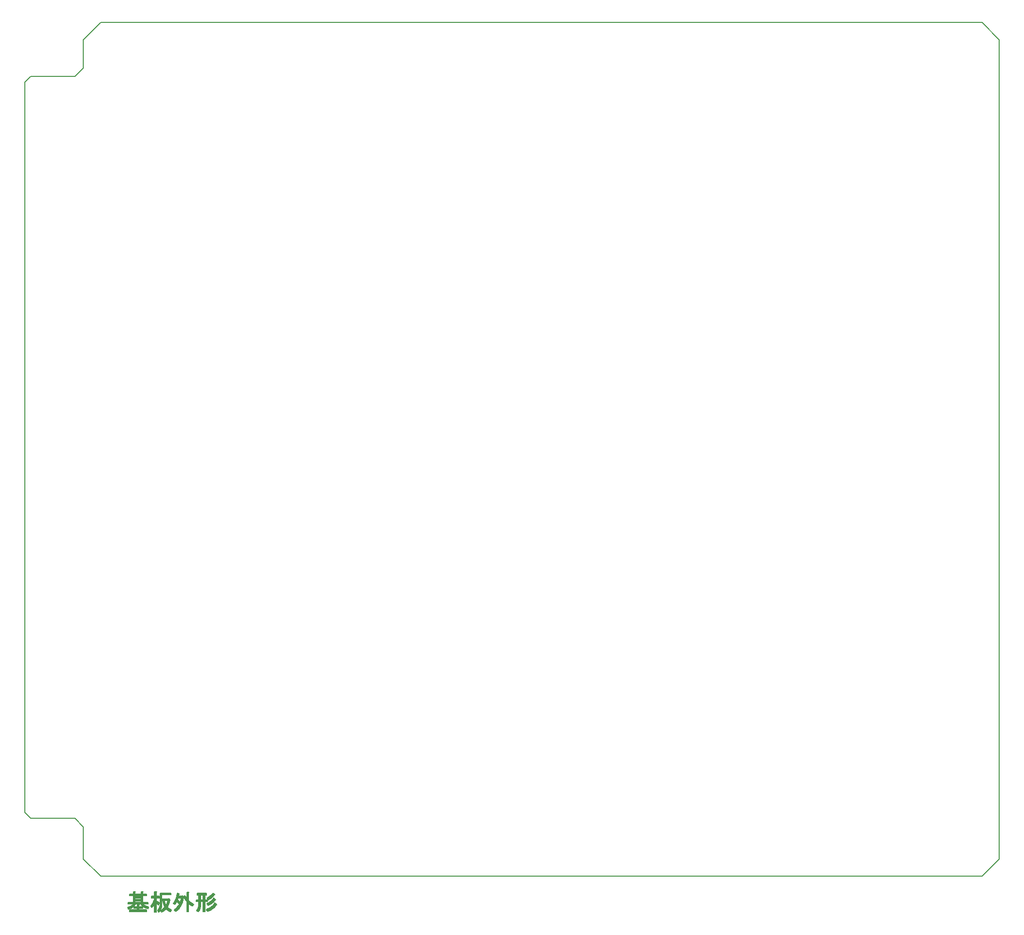
<source format=gbr>
G04 WinPCB Gerber Out *
G70*
G90*
G04 CSI RS-274X *
G04 Date: 2019/03/05 *
G04 Time: 11:11:39 *
%FSDAX66Y66*%
%MOIN*%
%IPPOS*%
%ADD10C,0.007874*%
%ADD11C,0.005906*%
%C:\Users\user_EDA1\Documents\PC-98_C-BUS_Board\6.vgîÂ\01\4-1îÂO`.gbr*%
G01X000000000000Y000000000000D02*
G54D10*
X000000000000Y000005441338D02*
X000000039370Y000005480708D01*
X000000000000Y000000437401D02*
Y000005441338D01*
X000000039370Y000000398031D02*
X000000000000Y000000437401D01*
X000000400000Y000000118110D02*
X000000518110Y000000000000D01*
X000000400000Y000005731889D02*
X000000518110Y000005850000D01*
X000006551181D02*
X000000518110D01*
X000006669291Y000005731889D02*
X000006551181Y000005850000D01*
X000000518110Y000000000000D02*
X000006551181D01*
X000006669291Y000000118110D02*
Y000005731889D01*
X000006551181Y000000000000D02*
X000006669291Y000000118110D01*
X000000039370Y000005480708D02*
X000000340944D01*
X000000400000Y000005539763D02*
Y000005731889D01*
X000000340944Y000005480708D02*
X000000400000Y000005539763D01*
X000000039370Y000000398031D02*
X000000340944D01*
X000000400000Y000000338976D02*
Y000000118110D01*
X000000340944Y000000398031D02*
X000000400000Y000000338976D01*
G54D11*
X000000841912Y-000000221007D02*
X000000825613Y-000000216400D01*
D02*
X000000800928Y-000000199511D01*
D02*
X000000792660Y-000000187227D01*
X000000756400D02*
X000000749314Y-000000201046D01*
D02*
X000000725337Y-000000219471D01*
D02*
X000000708448Y-000000224078D01*
D02*
X000000703487Y-000000211794D01*
D02*
X000000717660Y-000000208133D01*
D02*
X000000737621Y-000000195849D01*
D02*
X000000743408Y-000000187227D01*
D02*
X000000705967D01*
D02*
Y-000000177306D01*
X000000741637D02*
Y-000000130652D01*
D02*
X000000715180D01*
D02*
Y-000000120731D01*
D02*
X000000741637D01*
D02*
Y-000000103487D01*
D02*
X000000753329D01*
D02*
X000000756400Y-000000103841D01*
D02*
X000000756636Y-000000105731D01*
D02*
X000000753920Y-000000107266D01*
D02*
Y-000000120731D01*
D02*
X000000795140D01*
D02*
Y-000000103487D01*
D02*
X000000806833D01*
D02*
X000000809904Y-000000103841D01*
D02*
X000000810140Y-000000105731D01*
D02*
X000000807424Y-000000107266D01*
D02*
Y-000000120731D01*
D02*
X000000832581D01*
D02*
Y-000000130652D01*
D02*
X000000807424D01*
D02*
Y-000000177306D01*
D02*
X000000842503D01*
D02*
Y-000000187227D01*
D02*
X000000806833D01*
D02*
X000000811085Y-000000193723D01*
D02*
X000000831046Y-000000204117D01*
D02*
X000000846755Y-000000208133D01*
D02*
X000000841912Y-000000221007D01*
X000000744117Y-000000206833D02*
X000000768093D01*
D02*
Y-000000193369D01*
D02*
X000000779786D01*
D02*
X000000782857Y-000000193723D01*
D02*
X000000783093Y-000000195495D01*
D02*
X000000780377Y-000000197030D01*
D02*
Y-000000206833D01*
D02*
X000000805534D01*
D02*
Y-000000216755D01*
D02*
X000000780377D01*
D02*
Y-000000229038D01*
D02*
X000000833290D01*
D02*
Y-000000240731D01*
D02*
X000000715770D01*
D02*
Y-000000229038D01*
D02*
X000000768093D01*
D02*
Y-000000216755D01*
D02*
X000000744117D01*
D02*
Y-000000206833D01*
X000000753920Y-000000139865D02*
X000000795140D01*
D02*
Y-000000130652D01*
D02*
X000000753920D01*
D02*
Y-000000139865D01*
Y-000000158290D02*
X000000795140D01*
D02*
Y-000000149668D01*
D02*
X000000753920D01*
D02*
Y-000000158290D01*
X000000795140Y-000000177306D02*
Y-000000168093D01*
D02*
X000000753920D01*
D02*
Y-000000177306D01*
X000000955298Y-000000165613D02*
X000000956833Y-000000175180D01*
D02*
X000000962385Y-000000191479D01*
D02*
X000000966400Y-000000198211D01*
D02*
X000000970416Y-000000192424D01*
D02*
X000000975967Y-000000176125D01*
D02*
X000000977503Y-000000165613D01*
D02*
X000000955298D01*
X000000931322Y-000000230810D02*
X000000939944Y-000000226912D01*
D02*
X000000953408Y-000000216400D01*
D02*
X000000958369Y-000000209904D01*
D02*
X000000952463Y-000000198566D01*
D02*
X000000945140Y-000000176479D01*
D02*
X000000943605Y-000000165613D01*
D02*
X000000936873D01*
D02*
Y-000000178605D01*
D02*
Y-000000202936D01*
D02*
X000000926361Y-000000235770D01*
D02*
X000000915967Y-000000244392D01*
D02*
X000000908526Y-000000232109D01*
D02*
X000000916558Y-000000224078D01*
D02*
X000000924589Y-000000197621D01*
D02*
Y-000000179196D01*
D02*
Y-000000114589D01*
D02*
X000000997700D01*
D02*
Y-000000126282D01*
D02*
X000000936873D01*
D02*
Y-000000153920D01*
D02*
X000000979274D01*
D02*
X000000982345Y-000000150849D01*
D02*
X000000992857Y-000000158290D01*
D02*
X000000994038Y-000000159235D01*
D02*
X000000993093Y-000000161361D01*
D02*
X000000990967Y-000000162542D01*
D02*
X000000988487Y-000000175770D01*
D02*
X000000980219Y-000000199156D01*
D02*
X000000974432Y-000000209314D01*
D02*
X000000977739Y-000000214274D01*
D02*
X000000991322Y-000000224078D01*
D02*
X000001001479Y-000000229038D01*
D02*
X000000996518Y-000000241912D01*
D02*
X000000989078Y-000000238841D01*
D02*
X000000974078Y-000000227857D01*
D02*
X000000966400Y-000000219826D01*
D02*
X000000960849Y-000000226912D01*
D02*
X000000945731Y-000000238841D01*
D02*
X000000936282Y-000000243802D01*
D02*
X000000931322Y-000000230810D01*
X000000887030Y-000000182266D02*
X000000882424Y-000000193015D01*
D02*
X000000872503Y-000000208133D01*
D02*
X000000867306Y-000000212385D01*
D02*
X000000861164Y-000000201282D01*
D02*
X000000871322Y-000000189589D01*
D02*
X000000884196Y-000000162542D01*
D02*
X000000887030Y-000000147188D01*
D02*
X000000864944D01*
D02*
Y-000000135495D01*
D02*
X000000887030D01*
D02*
Y-000000103487D01*
D02*
X000000898723D01*
D02*
X000000901203Y-000000103841D01*
D02*
X000000901440Y-000000105731D01*
D02*
X000000899314Y-000000107266D01*
D02*
Y-000000135495D01*
D02*
X000000919629D01*
D02*
Y-000000147188D01*
D02*
X000000899314D01*
D02*
Y-000000168684D01*
D02*
X000000905810Y-000000172463D01*
D02*
X000000915967Y-000000179550D01*
D02*
X000000919629Y-000000182857D01*
D02*
X000000914078Y-000000195140D01*
D02*
X000000910416Y-000000192424D01*
D02*
X000000902975Y-000000186282D01*
D02*
X000000899314Y-000000182857D01*
D02*
Y-000000246164D01*
D02*
X000000887030D01*
D02*
Y-000000182266D01*
X000001022739Y-000000229038D02*
X000001032896Y-000000222542D01*
D02*
X000001050731Y-000000202227D01*
D02*
X000001058408Y-000000188408D01*
D02*
X000001052266Y-000000182857D01*
D02*
X000001042109Y-000000174944D01*
D02*
X000001038093Y-000000172463D01*
D02*
X000001035849Y-000000177660D01*
D02*
X000001030062Y-000000187227D01*
D02*
X000001026400Y-000000191479D01*
D02*
X000001015298Y-000000183448D01*
D02*
X000001025455Y-000000170928D01*
D02*
X000001038684Y-000000137148D01*
D02*
X000001041755Y-000000115888D01*
D02*
X000001054629Y-000000119550D01*
D02*
X000001056164Y-000000120849D01*
D02*
X000001055574Y-000000122975D01*
D02*
X000001053448Y-000000123802D01*
D02*
X000001050967Y-000000135495D01*
D02*
X000001074353D01*
D02*
X000001076833Y-000000133015D01*
D02*
X000001085455Y-000000140455D01*
D02*
X000001086282Y-000000141400D01*
D02*
X000001085692Y-000000143172D01*
D02*
X000001084156Y-000000144117D01*
D02*
X000001079550Y-000000176715D01*
D02*
X000001052739Y-000000224668D01*
D02*
X000001030652Y-000000240022D01*
D02*
X000001022739Y-000000229038D01*
X000001146282Y-000000203172D02*
X000001137306Y-000000197030D01*
D02*
X000001124078Y-000000186873D01*
D02*
X000001119826Y-000000182857D01*
D02*
Y-000000242503D01*
D02*
X000001107542D01*
D02*
Y-000000170574D01*
D02*
X000001101637Y-000000163251D01*
D02*
X000001091243Y-000000147896D01*
D02*
X000001086636Y-000000139865D01*
D02*
X000001096558Y-000000132424D01*
D02*
X000001099274Y-000000137384D01*
D02*
X000001104707Y-000000146007D01*
D02*
X000001107542Y-000000149668D01*
D02*
Y-000000107266D01*
D02*
X000001119235D01*
D02*
X000001121715Y-000000107621D01*
D02*
X000001121952Y-000000109392D01*
D02*
X000001119826Y-000000110928D01*
D02*
Y-000000163841D01*
D02*
X000001121952Y-000000168211D01*
D02*
X000001139786Y-000000181676D01*
D02*
X000001155495Y-000000190889D01*
D02*
X000001146282Y-000000203172D01*
X000001063251Y-000000176125D02*
X000001065967Y-000000169038D01*
D02*
X000001069983Y-000000154629D01*
D02*
X000001071282Y-000000147188D01*
D02*
X000001047896D01*
D02*
X000001043054Y-000000160770D01*
D02*
X000001046952Y-000000163251D01*
D02*
X000001057109Y-000000170928D01*
D02*
X000001063251Y-000000176125D01*
X000001172385Y-000000172463D02*
Y-000000160770D01*
D02*
X000001190219D01*
D02*
Y-000000126873D01*
D02*
X000001177936D01*
D02*
Y-000000115180D01*
D02*
X000001243133D01*
D02*
Y-000000126873D01*
D02*
X000001231440D01*
D02*
Y-000000160770D01*
D02*
X000001249274D01*
D02*
Y-000000172463D01*
D02*
X000001231440D01*
D02*
Y-000000241912D01*
D02*
X000001219156D01*
D02*
Y-000000172463D01*
D02*
X000001202503D01*
D02*
Y-000000182857D01*
D02*
Y-000000202581D01*
D02*
X000001194471Y-000000231991D01*
D02*
X000001186558Y-000000241912D01*
D02*
X000001174865Y-000000232700D01*
D02*
X000001182542Y-000000225022D01*
D02*
X000001190219Y-000000200101D01*
D02*
Y-000000182857D01*
D02*
Y-000000172463D01*
D02*
X000001172385D01*
X000001202503Y-000000126873D02*
Y-000000160770D01*
D02*
X000001219156D01*
D02*
Y-000000126873D01*
D02*
X000001202503D01*
X000001246203Y-000000147778D02*
X000001261203Y-000000139865D01*
D02*
X000001281282Y-000000122621D01*
D02*
X000001286243Y-000000113408D01*
D02*
X000001298526Y-000000122621D01*
D02*
X000001299353Y-000000123211D01*
D02*
X000001297818Y-000000124511D01*
D02*
X000001295455Y-000000125101D01*
D02*
X000001290140Y-000000134078D01*
D02*
X000001269589Y-000000151558D01*
D02*
X000001254235Y-000000160062D01*
D02*
X000001246203Y-000000147778D01*
X000001245613Y-000000185928D02*
X000001263093Y-000000178251D01*
D02*
X000001285888Y-000000159826D01*
D02*
X000001291085Y-000000149078D01*
D02*
X000001303369Y-000000158881D01*
D02*
X000001304314Y-000000159471D01*
D02*
X000001302778Y-000000160770D01*
D02*
X000001300298Y-000000161361D01*
D02*
X000001291676Y-000000173408D01*
D02*
X000001268644Y-000000192424D01*
D02*
X000001254235Y-000000199511D01*
D02*
X000001245613Y-000000185928D01*
X000001310810Y-000000192070D02*
X000001312345Y-000000192778D01*
D02*
X000001310810Y-000000194314D01*
D02*
X000001307739Y-000000195140D01*
D02*
X000001297581Y-000000210259D01*
D02*
X000001268290Y-000000232581D01*
D02*
X000001249274Y-000000240022D01*
D02*
X000001241952Y-000000226558D01*
D02*
X000001261558Y-000000219235D01*
D02*
X000001289904Y-000000197030D01*
D02*
X000001298526Y-000000182266D01*
D02*
X000001310810Y-000000192070D01*
X000000887030Y-000000246164D02*
X000000899314D01*
X000000887030Y-000000244392D02*
X000000899314D01*
X000000887030Y-000000242621D02*
X000000899314D01*
X000000914894D02*
X000000918103D01*
X000000935831D02*
X000000938532D01*
X000000887030Y-000000240849D02*
X000000899314D01*
X000000913821D02*
X000000920239D01*
X000000935155D02*
X000000941906D01*
X000000993943D02*
X000000996928D01*
X000001107542D02*
X000001119826D01*
X000001185208D02*
X000001187405D01*
X000001219156D02*
X000001231440D01*
X000000715770Y-000000239078D02*
X000000833290D01*
X000000887030D02*
X000000899314D01*
X000000912748D02*
X000000922374D01*
X000000934478D02*
X000000945281D01*
X000000989650D02*
X000000997611D01*
X000001029971D02*
X000001032011D01*
X000001107542D02*
X000001119826D01*
X000001182960D02*
X000001188818D01*
X000001219156D02*
X000001231440D01*
X000001248761D02*
X000001251689D01*
X000000715770Y-000000237306D02*
X000000833290D01*
X000000887030D02*
X000000899314D01*
X000000911674D02*
X000000924510D01*
X000000933802D02*
X000000947677D01*
X000000986981D02*
X000000998293D01*
X000001028695D02*
X000001034560D01*
X000001107542D02*
X000001119826D01*
X000001180711D02*
X000001190232D01*
X000001219156D02*
X000001231440D01*
X000001247797D02*
X000001256216D01*
X000000715770Y-000000235534D02*
X000000833290D01*
X000000887030D02*
X000000899314D01*
X000000910601D02*
X000000926437D01*
X000000933125D02*
X000000949922D01*
X000000984561D02*
X000000998976D01*
X000001027418D02*
X000001037108D01*
X000001107542D02*
X000001119826D01*
X000001178463D02*
X000001191645D01*
X000001219156D02*
X000001231440D01*
X000001246833D02*
X000001260744D01*
X000000715770Y-000000233763D02*
X000000833290D01*
X000000887030D02*
X000000899314D01*
X000000909528D02*
X000000927003D01*
X000000932449D02*
X000000952168D01*
X000000982142D02*
X000000999659D01*
X000001026142D02*
X000001039657D01*
X000001107542D02*
X000001119826D01*
X000001176214D02*
X000001193058D01*
X000001219156D02*
X000001231440D01*
X000001245870D02*
X000001265272D01*
X000000715770Y-000000231991D02*
X000000833290D01*
X000000887030D02*
X000000899314D01*
X000000908644D02*
X000000927571D01*
X000000931772D02*
X000000954413D01*
X000000979722D02*
X000001000341D01*
X000001024866D02*
X000001042205D01*
X000001107542D02*
X000001119826D01*
X000001175574D02*
X000001194471D01*
X000001219156D02*
X000001231440D01*
X000001244906D02*
X000001269065D01*
X000000715770Y-000000230219D02*
X000000833290D01*
X000000887030D02*
X000000899314D01*
X000000910416D02*
X000000928138D01*
X000000932628D02*
X000000956658D01*
X000000977303D02*
X000001001023D01*
X000001023590D02*
X000001044754D01*
X000001107542D02*
X000001119826D01*
X000001177345D02*
X000001194955D01*
X000001219156D02*
X000001231440D01*
X000001243942D02*
X000001271390D01*
X000000768093Y-000000228448D02*
X000000780377D01*
X000000887030D02*
X000000899314D01*
X000000912188D02*
X000000928705D01*
X000000936547D02*
X000000958903D01*
X000000974884D02*
X000001000270D01*
X000001023662D02*
X000001047302D01*
X000001107542D02*
X000001119826D01*
X000001179117D02*
X000001195439D01*
X000001219156D02*
X000001231440D01*
X000001242979D02*
X000001273714D01*
X000000768093Y-000000226676D02*
X000000780377D01*
X000000887030D02*
X000000899314D01*
X000000913959D02*
X000000929272D01*
X000000940246D02*
X000000961034D01*
X000000972948D02*
X000000996642D01*
X000001026432D02*
X000001049851D01*
X000001107542D02*
X000001119826D01*
X000001180888D02*
X000001195922D01*
X000001219156D02*
X000001231440D01*
X000001242016D02*
X000001276039D01*
X000000768093Y-000000224904D02*
X000000780377D01*
X000000887030D02*
X000000899314D01*
X000000915731D02*
X000000929840D01*
X000000942515D02*
X000000962422D01*
X000000971255D02*
X000000993015D01*
X000001029203D02*
X000001052399D01*
X000001107542D02*
X000001119826D01*
X000001182578D02*
X000001196407D01*
X000001219156D02*
X000001231440D01*
X000001246379D02*
X000001278364D01*
X000000708066Y-000000223133D02*
X000000711912D01*
X000000768093D02*
X000000780377D01*
X000000887030D02*
X000000899314D01*
X000000916845D02*
X000000930407D01*
X000000944785D02*
X000000963810D01*
X000000969561D02*
X000000990012D01*
X000001031973D02*
X000001053597D01*
X000001107542D02*
X000001119826D01*
X000001183124D02*
X000001196890D01*
X000001219156D02*
X000001231440D01*
X000001251122D02*
X000001280689D01*
X000000707351Y-000000221361D02*
X000000718408D01*
X000000768093D02*
X000000780377D01*
X000000887030D02*
X000000899314D01*
X000000917382D02*
X000000930974D01*
X000000947054D02*
X000000965197D01*
X000000967868D02*
X000000987558D01*
X000001033933D02*
X000001054588D01*
X000001107542D02*
X000001119826D01*
X000001183670D02*
X000001197374D01*
X000001219156D02*
X000001231440D01*
X000001255866D02*
X000001283013D01*
X000000706635Y-000000219589D02*
X000000724904D01*
X000000768093D02*
X000000780377D01*
X000000836897D02*
X000000842445D01*
X000000887030D02*
X000000899314D01*
X000000917920D02*
X000000931541D01*
X000000949323D02*
X000000985103D01*
X000001035489D02*
X000001055578D01*
X000001107542D02*
X000001119826D01*
X000001184216D02*
X000001197858D01*
X000001219156D02*
X000001231440D01*
X000001260609D02*
X000001285338D01*
X000000705919Y-000000217818D02*
X000000727489D01*
X000000768093D02*
X000000780377D01*
X000000830628D02*
X000000843111D01*
X000000887030D02*
X000000899314D01*
X000000918458D02*
X000000932108D01*
X000000951593D02*
X000000982648D01*
X000001037044D02*
X000001056569D01*
X000001107542D02*
X000001119826D01*
X000001184761D02*
X000001198342D01*
X000001219156D02*
X000001231440D01*
X000001263367D02*
X000001287663D01*
X000000705204Y-000000216046D02*
X000000729794D01*
X000000744117D02*
X000000805534D01*
X000000825095D02*
X000000843778D01*
X000000887030D02*
X000000899314D01*
X000000918996D02*
X000000932676D01*
X000000953679D02*
X000000980194D01*
X000001038599D02*
X000001057559D01*
X000001107542D02*
X000001119826D01*
X000001185307D02*
X000001198826D01*
X000001219156D02*
X000001231440D01*
X000001265629D02*
X000001289987D01*
X000000704489Y-000000214274D02*
X000000732100D01*
X000000744117D02*
X000000805534D01*
X000000822506D02*
X000000844444D01*
X000000887030D02*
X000000899314D01*
X000000919534D02*
X000000933243D01*
X000000955031D02*
X000000977739D01*
X000001040155D02*
X000001058550D01*
X000001107542D02*
X000001119826D01*
X000001185853D02*
X000001199309D01*
X000001219156D02*
X000001231440D01*
X000001267890D02*
X000001292312D01*
X000000703773Y-000000212503D02*
X000000734405D01*
X000000744117D02*
X000000805534D01*
X000000819916D02*
X000000845111D01*
X000000887030D02*
X000000899314D01*
X000000920072D02*
X000000933810D01*
X000000956385D02*
X000000976558D01*
X000001041710D02*
X000001059540D01*
X000001107542D02*
X000001119826D01*
X000001186399D02*
X000001199793D01*
X000001219156D02*
X000001231440D01*
X000001270152D02*
X000001294637D01*
X000000707602Y-000000210731D02*
X000000736711D01*
X000000744117D02*
X000000805534D01*
X000000817327D02*
X000000845777D01*
X000000866391D02*
X000000869327D01*
X000000887030D02*
X000000899314D01*
X000000920609D02*
X000000934377D01*
X000000957737D02*
X000000975377D01*
X000001043265D02*
X000001060531D01*
X000001107542D02*
X000001119826D01*
X000001186944D02*
X000001200277D01*
X000001219156D02*
X000001231440D01*
X000001272414D02*
X000001296961D01*
X000000714459Y-000000208959D02*
X000000739016D01*
X000000744117D02*
X000000805534D01*
X000000814737D02*
X000000846444D01*
X000000865411D02*
X000000871492D01*
X000000887030D02*
X000000899314D01*
X000000921147D02*
X000000934944D01*
X000000957877D02*
X000000974633D01*
X000001044821D02*
X000001061521D01*
X000001107542D02*
X000001119826D01*
X000001187490D02*
X000001200761D01*
X000001219156D02*
X000001231440D01*
X000001274676D02*
X000001298454D01*
X000000719196Y-000000207188D02*
X000000741322D01*
X000000744117D02*
X000000805534D01*
X000000812148D02*
X000000843058D01*
X000000864431D02*
X000000873122D01*
X000000887030D02*
X000000899314D01*
X000000921685D02*
X000000935511D01*
X000000956954D02*
X000000975643D01*
X000001046376D02*
X000001062512D01*
X000001107542D02*
X000001119826D01*
X000001188036D02*
X000001201245D01*
X000001219156D02*
X000001231440D01*
X000001276937D02*
X000001299644D01*
X000000722074Y-000000205416D02*
X000000743627D01*
X000000768093D02*
X000000780377D01*
X000000809559D02*
X000000836128D01*
X000000863451D02*
X000000874285D01*
X000000887030D02*
X000000899314D01*
X000000922223D02*
X000000936078D01*
X000000956031D02*
X000000976653D01*
X000001047931D02*
X000001063503D01*
X000001107542D02*
X000001119826D01*
X000001188582D02*
X000001201728D01*
X000001219156D02*
X000001231440D01*
X000001279199D02*
X000001300835D01*
X000000724953Y-000000203644D02*
X000000745932D01*
X000000768093D02*
X000000780377D01*
X000000806970D02*
X000000830139D01*
X000000862471D02*
X000000875448D01*
X000000887030D02*
X000000899314D01*
X000000922761D02*
X000000936646D01*
X000000955108D02*
X000000977662D01*
X000001049487D02*
X000001064494D01*
X000001107542D02*
X000001119826D01*
X000001189128D02*
X000001202213D01*
X000001219156D02*
X000001231440D01*
X000001281461D02*
X000001302026D01*
X000000727833Y-000000201873D02*
X000000748238D01*
X000000768093D02*
X000000780377D01*
X000000804380D02*
X000000826736D01*
X000000861490D02*
X000000876611D01*
X000000887030D02*
X000000899314D01*
X000000923298D02*
X000000936873D01*
X000000954186D02*
X000000978671D01*
X000001050928D02*
X000001065484D01*
X000001107542D02*
X000001119826D01*
X000001144383D02*
X000001147256D01*
X000001189673D02*
X000001202503D01*
X000001219156D02*
X000001231440D01*
X000001283722D02*
X000001303216D01*
X000000730711Y-000000200101D02*
X000000749798D01*
X000000768093D02*
X000000780377D01*
X000000801791D02*
X000000823334D01*
X000000862190D02*
X000000877774D01*
X000000887030D02*
X000000899314D01*
X000000923837D02*
X000000936873D01*
X000000953263D02*
X000000979681D01*
X000001051912D02*
X000001066474D01*
X000001107542D02*
X000001119826D01*
X000001141794D02*
X000001148585D01*
X000001190219D02*
X000001202503D01*
X000001219156D02*
X000001231440D01*
X000001285984D02*
X000001304406D01*
X000000733590Y-000000198329D02*
X000000750707D01*
X000000768093D02*
X000000780377D01*
X000000800133D02*
X000000819931D01*
X000000863729D02*
X000000878936D01*
X000000887030D02*
X000000899314D01*
X000000924374D02*
X000000936873D01*
X000000952385D02*
X000000980511D01*
X000001052896D02*
X000001067465D01*
X000001107542D02*
X000001119826D01*
X000001139204D02*
X000001149914D01*
X000001190219D02*
X000001202503D01*
X000001219156D02*
X000001231440D01*
X000001253485D02*
X000001256637D01*
X000001288246D02*
X000001305596D01*
X000000736469Y-000000196558D02*
X000000751615D01*
X000000768093D02*
X000000781212D01*
X000000798940D02*
X000000816529D01*
X000000865268D02*
X000000880098D01*
X000000887030D02*
X000000899314D01*
X000000924589D02*
X000000936873D01*
X000000951797D02*
X000000965414D01*
X000000967548D02*
X000000981137D01*
X000001053880D02*
X000001068455D01*
X000001107542D02*
X000001119826D01*
X000001136690D02*
X000001151243D01*
X000001190219D02*
X000001202503D01*
X000001219156D02*
X000001231440D01*
X000001252361D02*
X000001260239D01*
X000001290180D02*
X000001306787D01*
X000000738334Y-000000194786D02*
X000000752524D01*
X000000768093D02*
X000000782999D01*
X000000797748D02*
X000000813127D01*
X000000866807D02*
X000000881261D01*
X000000887030D02*
X000000899314D01*
X000000913600D02*
X000000914237D01*
X000000924589D02*
X000000936873D01*
X000000951210D02*
X000000964357D01*
X000000968777D02*
X000000981764D01*
X000001054865D02*
X000001069446D01*
X000001107542D02*
X000001119826D01*
X000001134383D02*
X000001152571D01*
X000001190219D02*
X000001202503D01*
X000001219156D02*
X000001231440D01*
X000001251236D02*
X000001263841D01*
X000001291215D02*
X000001309055D01*
X000000739524Y-000000193015D02*
X000000753432D01*
X000000796555D02*
X000000810621D01*
X000000868346D02*
X000000882424D01*
X000000887030D02*
X000000899314D01*
X000000911212D02*
X000000915038D01*
X000000924589D02*
X000000936873D01*
X000000950623D02*
X000000963301D01*
X000000970006D02*
X000000982390D01*
X000001055849D02*
X000001070437D01*
X000001107542D02*
X000001119826D01*
X000001132076D02*
X000001153900D01*
X000001190219D02*
X000001202503D01*
X000001219156D02*
X000001231440D01*
X000001250111D02*
X000001267444D01*
X000001292249D02*
X000001312109D01*
X000000740713Y-000000191243D02*
X000000754341D01*
X000000795363D02*
X000000809462D01*
X000000869885D02*
X000000883183D01*
X000000887030D02*
X000000899314D01*
X000000908985D02*
X000000915839D01*
X000000924589D02*
X000000936873D01*
X000000950035D02*
X000000962304D01*
X000000970818D02*
X000000983016D01*
X000001026074D02*
X000001026603D01*
X000001056833D02*
X000001071427D01*
X000001107542D02*
X000001119826D01*
X000001129768D02*
X000001155229D01*
X000001190219D02*
X000001202503D01*
X000001219156D02*
X000001231440D01*
X000001248987D02*
X000001270075D01*
X000001293284D02*
X000001309774D01*
X000000741902Y-000000189471D02*
X000000755250D01*
X000000794170D02*
X000000808302D01*
X000000871378D02*
X000000883942D01*
X000000887030D02*
X000000899314D01*
X000000906839D02*
X000000916640D01*
X000000924589D02*
X000000936873D01*
X000000949448D02*
X000000961700D01*
X000000971422D02*
X000000983643D01*
X000001023625D02*
X000001028129D01*
X000001057818D02*
X000001072418D01*
X000001107542D02*
X000001119826D01*
X000001127461D02*
X000001153078D01*
X000001190219D02*
X000001202503D01*
X000001219156D02*
X000001231440D01*
X000001247862D02*
X000001272221D01*
X000001294319D02*
X000001307554D01*
X000000743091Y-000000187699D02*
X000000756158D01*
X000000792978D02*
X000000807142D01*
X000000872221D02*
X000000884702D01*
X000000887030D02*
X000000899314D01*
X000000904692D02*
X000000917440D01*
X000000924589D02*
X000000936873D01*
X000000948861D02*
X000000961097D01*
X000000972025D02*
X000000984269D01*
X000001021176D02*
X000001029655D01*
X000001057624D02*
X000001073409D01*
X000001107542D02*
X000001119826D01*
X000001125154D02*
X000001150057D01*
X000001190219D02*
X000001202503D01*
X000001219156D02*
X000001231440D01*
X000001246737D02*
X000001274366D01*
X000001295353D02*
X000001305334D01*
X000000705967Y-000000185928D02*
X000000842503D01*
X000000873065D02*
X000000885461D01*
X000000887030D02*
X000000899314D01*
X000000902596D02*
X000000918241D01*
X000000924589D02*
X000000936873D01*
X000000948273D02*
X000000960494D01*
X000000972628D02*
X000000984896D01*
X000001018726D02*
X000001030848D01*
X000001055664D02*
X000001074399D01*
X000001107542D02*
X000001119826D01*
X000001123077D02*
X000001147037D01*
X000001190219D02*
X000001202503D01*
X000001219156D02*
X000001231440D01*
X000001245613D02*
X000001276512D01*
X000001296388D02*
X000001303114D01*
X000000705967Y-000000184156D02*
X000000842503D01*
X000000873907D02*
X000000886220D01*
X000000887030D02*
X000000899314D01*
X000000900703D02*
X000000919041D01*
X000000924589D02*
X000000936873D01*
X000000947686D02*
X000000959891D01*
X000000973231D02*
X000000985522D01*
X000001016278D02*
X000001031919D01*
X000001053704D02*
X000001075389D01*
X000001107542D02*
X000001119826D01*
X000001121201D02*
X000001144015D01*
X000001190219D02*
X000001202503D01*
X000001219156D02*
X000001231440D01*
X000001249647D02*
X000001278658D01*
X000001297423D02*
X000001300894D01*
X000000705967Y-000000182385D02*
X000000842503D01*
X000000874751D02*
X000000886979D01*
X000000887030D02*
X000000919105D01*
X000000924589D02*
X000000936873D01*
X000000947098D02*
X000000959287D01*
X000000973835D02*
X000000986148D01*
X000001016160D02*
X000001032991D01*
X000001051660D02*
X000001076380D01*
X000001107542D02*
X000001140994D01*
X000001190219D02*
X000001202503D01*
X000001219156D02*
X000001231440D01*
X000001253681D02*
X000001280803D01*
X000001298457D02*
X000001298674D01*
X000000705967Y-000000180613D02*
X000000842503D01*
X000000875594D02*
X000000917144D01*
X000000924589D02*
X000000936873D01*
X000000946511D02*
X000000958683D01*
X000000974438D02*
X000000986775D01*
X000001017598D02*
X000001034063D01*
X000001049386D02*
X000001077370D01*
X000001107542D02*
X000001138378D01*
X000001190219D02*
X000001202503D01*
X000001219156D02*
X000001231440D01*
X000001257715D02*
X000001282950D01*
X000000705967Y-000000178841D02*
X000000842503D01*
X000000876437D02*
X000000914952D01*
X000000924589D02*
X000000936873D01*
X000000945924D02*
X000000958080D01*
X000000975042D02*
X000000987401D01*
X000001019035D02*
X000001035134D01*
X000001047112D02*
X000001078361D01*
X000001107542D02*
X000001136031D01*
X000001190219D02*
X000001202503D01*
X000001219156D02*
X000001231440D01*
X000001261748D02*
X000001285095D01*
X000000741637Y-000000177070D02*
X000000753920D01*
X000000795140D02*
X000000807424D01*
X000000877281D02*
X000000912412D01*
X000000924589D02*
X000000936873D01*
X000000945336D02*
X000000957477D01*
X000000975645D02*
X000000988028D01*
X000001020472D02*
X000001036104D01*
X000001044838D02*
X000001079352D01*
X000001107542D02*
X000001133685D01*
X000001190219D02*
X000001202503D01*
X000001219156D02*
X000001231440D01*
X000001264554D02*
X000001287241D01*
X000000741637Y-000000175298D02*
X000000753920D01*
X000000795140D02*
X000000807424D01*
X000000878124D02*
X000000909873D01*
X000000924589D02*
X000000936873D01*
X000000944974D02*
X000000956873D01*
X000000976088D02*
X000000988575D01*
X000001021910D02*
X000001036869D01*
X000001042564D02*
X000001062274D01*
X000001063567D02*
X000001079750D01*
X000001107542D02*
X000001131338D01*
X000001190219D02*
X000001202503D01*
X000001219156D02*
X000001231440D01*
X000001266746D02*
X000001289387D01*
X000000741637Y-000000173526D02*
X000000753920D01*
X000000795140D02*
X000000807424D01*
X000000878967D02*
X000000907333D01*
X000000924589D02*
X000000936873D01*
X000000944723D02*
X000000956568D01*
X000000976347D02*
X000000988908D01*
X000001023347D02*
X000001037634D01*
X000001039814D02*
X000001060180D01*
X000001064247D02*
X000001080000D01*
X000001107542D02*
X000001128992D01*
X000001190219D02*
X000001202503D01*
X000001219156D02*
X000001231440D01*
X000001268938D02*
X000001291533D01*
X000000741637Y-000000171755D02*
X000000753920D01*
X000000795140D02*
X000000807424D01*
X000000879811D02*
X000000904591D01*
X000000924589D02*
X000000936873D01*
X000000944473D02*
X000000956284D01*
X000000976605D02*
X000000989240D01*
X000001024784D02*
X000001058086D01*
X000001064926D02*
X000001080251D01*
X000001107542D02*
X000001126645D01*
X000001172385D02*
X000001249274D01*
X000001271130D02*
X000001292859D01*
X000000741637Y-000000169983D02*
X000000753920D01*
X000000795140D02*
X000000807424D01*
X000000880653D02*
X000000901546D01*
X000000924589D02*
X000000936873D01*
X000000944222D02*
X000000955999D01*
X000000976864D02*
X000000989572D01*
X000001025826D02*
X000001055859D01*
X000001065605D02*
X000001080501D01*
X000001107066D02*
X000001124298D01*
X000001172385D02*
X000001249274D01*
X000001273322D02*
X000001294128D01*
X000000741637Y-000000168211D02*
X000000753920D01*
X000000795140D02*
X000000807424D01*
X000000881497D02*
X000000899314D01*
X000000924589D02*
X000000936873D01*
X000000943972D02*
X000000955715D01*
X000000977123D02*
X000000989904D01*
X000001026519D02*
X000001053515D01*
X000001066197D02*
X000001080752D01*
X000001105637D02*
X000001121952D01*
X000001172385D02*
X000001249274D01*
X000001275514D02*
X000001295395D01*
X000000741637Y-000000166440D02*
X000000807424D01*
X000000882340D02*
X000000899314D01*
X000000924589D02*
X000000936873D01*
X000000943722D02*
X000000955430D01*
X000000977382D02*
X000000990236D01*
X000001027213D02*
X000001051171D01*
X000001066691D02*
X000001081002D01*
X000001104208D02*
X000001121089D01*
X000001172385D02*
X000001249274D01*
X000001277705D02*
X000001296663D01*
X000000741637Y-000000164668D02*
X000000807424D01*
X000000883184D02*
X000000899314D01*
X000000924589D02*
X000000990569D01*
X000001027907D02*
X000001048827D01*
X000001067185D02*
X000001081252D01*
X000001102779D02*
X000001120228D01*
X000001172385D02*
X000001249274D01*
X000001279897D02*
X000001297931D01*
X000000741637Y-000000162896D02*
X000000807424D01*
X000000884027D02*
X000000899314D01*
X000000924589D02*
X000000990901D01*
X000001028601D02*
X000001046394D01*
X000001067679D02*
X000001081502D01*
X000001101396D02*
X000001119826D01*
X000001172385D02*
X000001249274D01*
X000001282089D02*
X000001299199D01*
X000000741637Y-000000161125D02*
X000000807424D01*
X000000884457D02*
X000000899314D01*
X000000924589D02*
X000000993198D01*
X000001029294D02*
X000001043611D01*
X000001068173D02*
X000001081753D01*
X000001100197D02*
X000001119826D01*
X000001172385D02*
X000001249274D01*
X000001284281D02*
X000001301290D01*
X000000741637Y-000000159353D02*
X000000807424D01*
X000000884784D02*
X000000899314D01*
X000000924589D02*
X000000993985D01*
X000001029988D02*
X000001043559D01*
X000001068666D02*
X000001082003D01*
X000001098998D02*
X000001119826D01*
X000001190219D02*
X000001202503D01*
X000001219156D02*
X000001231440D01*
X000001253771D02*
X000001255515D01*
X000001286117D02*
X000001304125D01*
X000000741637Y-000000157581D02*
X000000753920D01*
X000000795140D02*
X000000807424D01*
X000000885111D02*
X000000899314D01*
X000000924589D02*
X000000991856D01*
X000001030682D02*
X000001044191D01*
X000001069160D02*
X000001082253D01*
X000001097799D02*
X000001119826D01*
X000001190219D02*
X000001202503D01*
X000001219156D02*
X000001231440D01*
X000001252613D02*
X000001258713D01*
X000001286973D02*
X000001301741D01*
X000000741637Y-000000155810D02*
X000000753920D01*
X000000795140D02*
X000000807424D01*
X000000885439D02*
X000000899314D01*
X000000924589D02*
X000000989353D01*
X000001031376D02*
X000001044822D01*
X000001069654D02*
X000001082504D01*
X000001096600D02*
X000001119826D01*
X000001190219D02*
X000001202503D01*
X000001219156D02*
X000001231440D01*
X000001251455D02*
X000001261912D01*
X000001287830D02*
X000001299521D01*
X000000741637Y-000000154038D02*
X000000753920D01*
X000000795140D02*
X000000807424D01*
X000000885765D02*
X000000899314D01*
X000000924589D02*
X000000986850D01*
X000001032070D02*
X000001045454D01*
X000001070086D02*
X000001082754D01*
X000001095400D02*
X000001119826D01*
X000001190219D02*
X000001202503D01*
X000001219156D02*
X000001231440D01*
X000001250296D02*
X000001265111D01*
X000001288687D02*
X000001297301D01*
X000000741637Y-000000152266D02*
X000000753920D01*
X000000795140D02*
X000000807424D01*
X000000886092D02*
X000000899314D01*
X000000924589D02*
X000000936873D01*
X000000980928D02*
X000000984348D01*
X000001032763D02*
X000001046086D01*
X000001070395D02*
X000001083004D01*
X000001094201D02*
X000001119826D01*
X000001190219D02*
X000001202503D01*
X000001219156D02*
X000001231440D01*
X000001249138D02*
X000001268309D01*
X000001289543D02*
X000001295081D01*
X000000741637Y-000000150495D02*
X000000753920D01*
X000000795140D02*
X000000807424D01*
X000000886420D02*
X000000899314D01*
X000000924589D02*
X000000936873D01*
X000001033457D02*
X000001046717D01*
X000001070705D02*
X000001083255D01*
X000001093002D02*
X000001119826D01*
X000001190219D02*
X000001202503D01*
X000001219156D02*
X000001231440D01*
X000001247980D02*
X000001270839D01*
X000001290400D02*
X000001292861D01*
X000000741637Y-000000148723D02*
X000000807424D01*
X000000886746D02*
X000000899314D01*
X000000924589D02*
X000000936873D01*
X000001034151D02*
X000001047349D01*
X000001071014D02*
X000001083505D01*
X000001091802D02*
X000001106811D01*
X000001107542D02*
X000001119826D01*
X000001190219D02*
X000001202503D01*
X000001219156D02*
X000001231440D01*
X000001246821D02*
X000001272922D01*
X000000741637Y-000000146952D02*
X000000807424D01*
X000000864944D02*
X000000919629D01*
X000000924589D02*
X000000936873D01*
X000001034845D02*
X000001083755D01*
X000001090701D02*
X000001105439D01*
X000001107542D02*
X000001119826D01*
X000001190219D02*
X000001202503D01*
X000001219156D02*
X000001231440D01*
X000001247770D02*
X000001275005D01*
X000000741637Y-000000145180D02*
X000000807424D01*
X000000864944D02*
X000000919629D01*
X000000924589D02*
X000000936873D01*
X000001035539D02*
X000001084006D01*
X000001089685D02*
X000001104186D01*
X000001107542D02*
X000001119826D01*
X000001190219D02*
X000001202503D01*
X000001219156D02*
X000001231440D01*
X000001251129D02*
X000001277087D01*
X000000741637Y-000000143408D02*
X000000807424D01*
X000000864944D02*
X000000919629D01*
X000000924589D02*
X000000936873D01*
X000001036232D02*
X000001085308D01*
X000001088668D02*
X000001103070D01*
X000001107542D02*
X000001119826D01*
X000001190219D02*
X000001202503D01*
X000001219156D02*
X000001231440D01*
X000001254487D02*
X000001279170D01*
X000000741637Y-000000141637D02*
X000000807424D01*
X000000864944D02*
X000000919629D01*
X000000924589D02*
X000000936873D01*
X000001036926D02*
X000001086203D01*
X000001087653D02*
X000001101953D01*
X000001107542D02*
X000001119826D01*
X000001190219D02*
X000001202503D01*
X000001219156D02*
X000001231440D01*
X000001257845D02*
X000001281253D01*
X000000741637Y-000000139865D02*
X000000753920D01*
X000000795140D02*
X000000807424D01*
X000000864944D02*
X000000919629D01*
X000000924589D02*
X000000936873D01*
X000001037620D02*
X000001084771D01*
X000001086636D02*
X000001100837D01*
X000001107542D02*
X000001119826D01*
X000001190219D02*
X000001202503D01*
X000001219156D02*
X000001231440D01*
X000001261203D02*
X000001283336D01*
X000000741637Y-000000138093D02*
X000000753920D01*
X000000795140D02*
X000000807424D01*
X000000864944D02*
X000000919629D01*
X000000924589D02*
X000000936873D01*
X000001038314D02*
X000001082718D01*
X000001088999D02*
X000001099721D01*
X000001107542D02*
X000001119826D01*
X000001190219D02*
X000001202503D01*
X000001219156D02*
X000001231440D01*
X000001263266D02*
X000001285419D01*
X000000741637Y-000000136322D02*
X000000753920D01*
X000000795140D02*
X000000807424D01*
X000000864944D02*
X000000919629D01*
X000000924589D02*
X000000936873D01*
X000001038803D02*
X000001080665D01*
X000001091361D02*
X000001098692D01*
X000001107542D02*
X000001119826D01*
X000001190219D02*
X000001202503D01*
X000001219156D02*
X000001231440D01*
X000001265329D02*
X000001287502D01*
X000000741637Y-000000134550D02*
X000000753920D01*
X000000795140D02*
X000000807424D01*
X000000887030D02*
X000000899314D01*
X000000924589D02*
X000000936873D01*
X000001039059D02*
X000001051168D01*
X000001075298D02*
X000001078613D01*
X000001093723D02*
X000001097722D01*
X000001107542D02*
X000001119826D01*
X000001190219D02*
X000001202503D01*
X000001219156D02*
X000001231440D01*
X000001267392D02*
X000001289585D01*
X000000741637Y-000000132778D02*
X000000753920D01*
X000000795140D02*
X000000807424D01*
X000000887030D02*
X000000899314D01*
X000000924589D02*
X000000936873D01*
X000001039315D02*
X000001051543D01*
X000001096085D02*
X000001096752D01*
X000001107542D02*
X000001119826D01*
X000001190219D02*
X000001202503D01*
X000001219156D02*
X000001231440D01*
X000001269455D02*
X000001290909D01*
X000000741637Y-000000131007D02*
X000000753920D01*
X000000795140D02*
X000000807424D01*
X000000887030D02*
X000000899314D01*
X000000924589D02*
X000000936873D01*
X000001039571D02*
X000001051919D01*
X000001107542D02*
X000001119826D01*
X000001190219D02*
X000001202503D01*
X000001219156D02*
X000001231440D01*
X000001271518D02*
X000001291959D01*
X000000715180Y-000000129235D02*
X000000832581D01*
X000000887030D02*
X000000899314D01*
X000000924589D02*
X000000936873D01*
X000001039827D02*
X000001052295D01*
X000001107542D02*
X000001119826D01*
X000001190219D02*
X000001202503D01*
X000001219156D02*
X000001231440D01*
X000001273581D02*
X000001293007D01*
X000000715180Y-000000127463D02*
X000000832581D01*
X000000887030D02*
X000000899314D01*
X000000924589D02*
X000000936873D01*
X000001040083D02*
X000001052671D01*
X000001107542D02*
X000001119826D01*
X000001190219D02*
X000001202503D01*
X000001219156D02*
X000001231440D01*
X000001275644D02*
X000001294057D01*
X000000715180Y-000000125692D02*
X000000832581D01*
X000000887030D02*
X000000899314D01*
X000000924589D02*
X000000997700D01*
X000001040338D02*
X000001053047D01*
X000001107542D02*
X000001119826D01*
X000001177936D02*
X000001243133D01*
X000001277706D02*
X000001295106D01*
X000000715180Y-000000123920D02*
X000000832581D01*
X000000887030D02*
X000000899314D01*
X000000924589D02*
X000000997700D01*
X000001040594D02*
X000001053422D01*
X000001107542D02*
X000001119826D01*
X000001177936D02*
X000001243133D01*
X000001279770D02*
X000001298516D01*
X000000715180Y-000000122148D02*
X000000832581D01*
X000000887030D02*
X000000899314D01*
X000000924589D02*
X000000997700D01*
X000001040850D02*
X000001055803D01*
X000001107542D02*
X000001119826D01*
X000001177936D02*
X000001243133D01*
X000001281537D02*
X000001297896D01*
X000000741637Y-000000120377D02*
X000000753920D01*
X000000795140D02*
X000000807424D01*
X000000887030D02*
X000000899314D01*
X000000924589D02*
X000000997700D01*
X000001041106D02*
X000001055605D01*
X000001107542D02*
X000001119826D01*
X000001177936D02*
X000001243133D01*
X000001282490D02*
X000001295534D01*
X000000741637Y-000000118605D02*
X000000753920D01*
X000000795140D02*
X000000807424D01*
X000000887030D02*
X000000899314D01*
X000000924589D02*
X000000997700D01*
X000001041362D02*
X000001051306D01*
X000001107542D02*
X000001119826D01*
X000001177936D02*
X000001243133D01*
X000001283444D02*
X000001293172D01*
X000000741637Y-000000116833D02*
X000000753920D01*
X000000795140D02*
X000000807424D01*
X000000887030D02*
X000000899314D01*
X000000924589D02*
X000000997700D01*
X000001041618D02*
X000001045077D01*
X000001107542D02*
X000001119826D01*
X000001177936D02*
X000001243133D01*
X000001284399D02*
X000001290809D01*
X000000741637Y-000000115062D02*
X000000753920D01*
X000000795140D02*
X000000807424D01*
X000000887030D02*
X000000899314D01*
X000000924589D02*
X000000997700D01*
X000001107542D02*
X000001119826D01*
X000001285352D02*
X000001288447D01*
X000000741637Y-000000113290D02*
X000000753920D01*
X000000795140D02*
X000000807424D01*
X000000887030D02*
X000000899314D01*
X000001107542D02*
X000001119826D01*
X000000741637Y-000000111518D02*
X000000753920D01*
X000000795140D02*
X000000807424D01*
X000000887030D02*
X000000899314D01*
X000001107542D02*
X000001119826D01*
X000000741637Y-000000109747D02*
X000000753920D01*
X000000795140D02*
X000000807424D01*
X000000887030D02*
X000000899314D01*
X000001107542D02*
X000001121461D01*
X000000741637Y-000000107975D02*
X000000753920D01*
X000000795140D02*
X000000807424D01*
X000000887030D02*
X000000899314D01*
X000001107542D02*
X000001121762D01*
X000000741637Y-000000106203D02*
X000000755800D01*
X000000795140D02*
X000000809304D01*
X000000887030D02*
X000000900785D01*
X000000741637Y-000000104432D02*
X000000756474D01*
X000000795140D02*
X000000809978D01*
X000000887030D02*
X000000901278D01*
X000000753920Y-000000177306D02*
X000000795140D01*
X000000705967D02*
X000000741637D01*
X000000792660Y-000000187227D02*
X000000756400D01*
M02*

</source>
